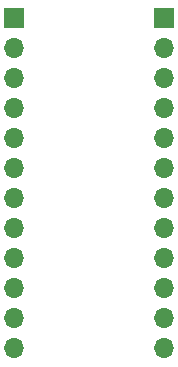
<source format=gbs>
G04 #@! TF.GenerationSoftware,KiCad,Pcbnew,(6.0.7)*
G04 #@! TF.CreationDate,2023-04-10T20:46:38+08:00*
G04 #@! TF.ProjectId,switchNMos1,73776974-6368-44e4-9d6f-73312e6b6963,rev?*
G04 #@! TF.SameCoordinates,Original*
G04 #@! TF.FileFunction,Soldermask,Bot*
G04 #@! TF.FilePolarity,Negative*
%FSLAX46Y46*%
G04 Gerber Fmt 4.6, Leading zero omitted, Abs format (unit mm)*
G04 Created by KiCad (PCBNEW (6.0.7)) date 2023-04-10 20:46:38*
%MOMM*%
%LPD*%
G01*
G04 APERTURE LIST*
%ADD10R,1.700000X1.700000*%
%ADD11O,1.700000X1.700000*%
G04 APERTURE END LIST*
D10*
X137160000Y-88900000D03*
D11*
X137160000Y-91440000D03*
X137160000Y-93980000D03*
X137160000Y-96520000D03*
X137160000Y-99060000D03*
X137160000Y-101600000D03*
X137160000Y-104140000D03*
X137160000Y-106680000D03*
X137160000Y-109220000D03*
X137160000Y-111760000D03*
X137160000Y-114300000D03*
X137160000Y-116840000D03*
D10*
X124460000Y-88900000D03*
D11*
X124460000Y-91440000D03*
X124460000Y-93980000D03*
X124460000Y-96520000D03*
X124460000Y-99060000D03*
X124460000Y-101600000D03*
X124460000Y-104140000D03*
X124460000Y-106680000D03*
X124460000Y-109220000D03*
X124460000Y-111760000D03*
X124460000Y-114300000D03*
X124460000Y-116840000D03*
M02*

</source>
